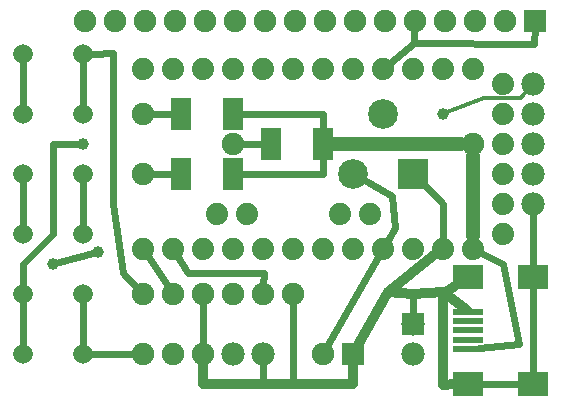
<source format=gtl>
G04 MADE WITH FRITZING*
G04 WWW.FRITZING.ORG*
G04 DOUBLE SIDED*
G04 HOLES PLATED*
G04 CONTOUR ON CENTER OF CONTOUR VECTOR*
%ASAXBY*%
%FSLAX23Y23*%
%MOIN*%
%OFA0B0*%
%SFA1.0B1.0*%
%ADD10C,0.075000*%
%ADD11C,0.065418*%
%ADD12C,0.039370*%
%ADD13C,0.078000*%
%ADD14C,0.075433*%
%ADD15C,0.099000*%
%ADD16C,0.074000*%
%ADD17R,0.075000X0.075000*%
%ADD18R,0.078000X0.078000*%
%ADD19R,0.099000X0.099000*%
%ADD20R,0.070866X0.106299*%
%ADD21R,0.098425X0.019685*%
%ADD22R,0.098425X0.078740*%
%ADD23C,0.024000*%
%ADD24C,0.032000*%
%ADD25C,0.048000*%
%ADD26C,0.012000*%
%LNCOPPER1*%
G90*
G70*
G54D10*
X476Y152D03*
X576Y152D03*
X676Y152D03*
X476Y352D03*
X576Y352D03*
X676Y352D03*
X776Y352D03*
X876Y352D03*
X976Y352D03*
X1176Y152D03*
X1076Y152D03*
G54D11*
X276Y152D03*
X76Y152D03*
X276Y352D03*
X76Y352D03*
X276Y952D03*
X76Y952D03*
X276Y1152D03*
X76Y1152D03*
X276Y552D03*
X76Y552D03*
X276Y752D03*
X76Y752D03*
G54D12*
X326Y491D03*
X176Y451D03*
G54D13*
X1376Y252D03*
X1376Y152D03*
X1376Y252D03*
X1376Y152D03*
G54D14*
X776Y852D03*
X475Y752D03*
X475Y952D03*
G54D12*
X276Y852D03*
G54D13*
X1776Y1052D03*
X1776Y952D03*
X1776Y852D03*
X1776Y752D03*
X1776Y652D03*
X1776Y1052D03*
X1776Y952D03*
X1776Y852D03*
X1776Y752D03*
X1776Y652D03*
G54D15*
X1176Y752D03*
X1376Y752D03*
X1276Y952D03*
X1176Y752D03*
X1376Y752D03*
X1276Y952D03*
G54D16*
X1676Y552D03*
X1676Y652D03*
X1676Y752D03*
X1676Y852D03*
X1676Y952D03*
X1676Y1052D03*
X1131Y617D03*
X1231Y617D03*
X721Y617D03*
X821Y617D03*
X1576Y502D03*
X1476Y502D03*
X1376Y502D03*
X1276Y502D03*
X1176Y502D03*
X1076Y502D03*
X976Y502D03*
X876Y502D03*
X776Y502D03*
X676Y502D03*
X576Y502D03*
X476Y502D03*
X476Y1102D03*
X576Y1102D03*
X676Y1102D03*
X776Y1102D03*
X876Y1102D03*
X976Y1102D03*
X1076Y1102D03*
X1176Y1102D03*
X1276Y1102D03*
X1376Y1102D03*
X1476Y1102D03*
X1576Y1102D03*
G54D14*
X1577Y851D03*
G54D10*
X1782Y1262D03*
X1682Y1262D03*
X1582Y1262D03*
X1482Y1262D03*
X1382Y1262D03*
X1282Y1262D03*
X1182Y1262D03*
X1082Y1262D03*
X982Y1262D03*
X882Y1262D03*
X782Y1262D03*
X682Y1262D03*
X582Y1262D03*
X482Y1262D03*
X382Y1262D03*
X282Y1262D03*
X1782Y1262D03*
X1682Y1262D03*
X1582Y1262D03*
X1482Y1262D03*
X1382Y1262D03*
X1282Y1262D03*
X1182Y1262D03*
X1082Y1262D03*
X982Y1262D03*
X882Y1262D03*
X782Y1262D03*
X682Y1262D03*
X582Y1262D03*
X482Y1262D03*
X382Y1262D03*
X282Y1262D03*
G54D12*
X1476Y951D03*
G54D13*
X876Y152D03*
X776Y152D03*
G54D17*
X1176Y152D03*
G54D18*
X1376Y252D03*
X1376Y252D03*
G54D19*
X1376Y752D03*
X1376Y752D03*
G54D20*
X602Y952D03*
X776Y952D03*
X902Y852D03*
X1076Y852D03*
X602Y752D03*
X776Y752D03*
G54D21*
X1559Y229D03*
X1559Y197D03*
X1559Y292D03*
X1559Y260D03*
G54D22*
X1776Y406D03*
X1776Y52D03*
X1559Y406D03*
X1559Y52D03*
G54D21*
X1559Y166D03*
G54D17*
X1782Y1262D03*
X1782Y1262D03*
G54D23*
X76Y985D02*
X76Y1118D01*
D02*
X76Y718D02*
X76Y585D01*
D02*
X76Y318D02*
X76Y185D01*
D02*
X376Y651D02*
X408Y420D01*
D02*
X408Y420D02*
X455Y372D01*
D02*
X374Y1153D02*
X376Y651D01*
D02*
X309Y1152D02*
X374Y1153D01*
D02*
X676Y180D02*
X676Y323D01*
G54D24*
D02*
X977Y52D02*
X877Y52D01*
D02*
X676Y51D02*
X676Y118D01*
G54D23*
D02*
X276Y185D02*
X276Y318D01*
D02*
X276Y718D02*
X276Y585D01*
D02*
X276Y1118D02*
X276Y985D01*
D02*
X560Y376D02*
X493Y476D01*
D02*
X879Y420D02*
X625Y421D01*
D02*
X625Y421D02*
X592Y475D01*
D02*
X877Y380D02*
X879Y420D01*
D02*
X194Y456D02*
X308Y487D01*
G54D24*
D02*
X1293Y358D02*
X1447Y479D01*
D02*
X1193Y181D02*
X1293Y358D01*
G54D23*
D02*
X1260Y475D02*
X1090Y177D01*
D02*
X805Y852D02*
X873Y852D01*
D02*
X573Y752D02*
X504Y752D01*
D02*
X573Y952D02*
X504Y952D01*
D02*
X1076Y899D02*
X1076Y952D01*
D02*
X1076Y952D02*
X806Y952D01*
D02*
X1076Y752D02*
X806Y752D01*
D02*
X1076Y804D02*
X1076Y752D01*
G54D25*
D02*
X1106Y852D02*
X1537Y851D01*
D02*
X1576Y811D02*
X1576Y544D01*
G54D23*
D02*
X1776Y372D02*
X1776Y86D01*
D02*
X1732Y52D02*
X1603Y52D01*
G54D24*
D02*
X1293Y358D02*
X1376Y352D01*
D02*
X1476Y357D02*
X1554Y296D01*
G54D23*
D02*
X1728Y185D02*
X1676Y451D01*
D02*
X1676Y451D02*
X1603Y488D01*
D02*
X1597Y170D02*
X1728Y185D01*
G54D24*
D02*
X1476Y357D02*
X1476Y46D01*
D02*
X1476Y46D02*
X1516Y49D01*
D02*
X1476Y352D02*
X1516Y378D01*
D02*
X977Y52D02*
X1175Y52D01*
D02*
X1175Y52D02*
X1176Y118D01*
G54D23*
D02*
X176Y552D02*
X176Y851D01*
D02*
X176Y851D02*
X257Y852D01*
D02*
X75Y451D02*
X176Y552D01*
D02*
X76Y385D02*
X75Y451D01*
D02*
X1776Y440D02*
X1776Y622D01*
D02*
X1476Y651D02*
X1398Y729D01*
D02*
X1476Y533D02*
X1476Y651D01*
D02*
X1307Y676D02*
X1203Y736D01*
D02*
X1314Y570D02*
X1307Y676D01*
D02*
X1291Y529D02*
X1314Y570D01*
D02*
X309Y152D02*
X447Y152D01*
D02*
X1378Y1187D02*
X1380Y1233D01*
D02*
X1780Y1183D02*
X1378Y1187D01*
D02*
X1781Y1239D02*
X1780Y1183D01*
G54D26*
D02*
X1488Y956D02*
X1611Y1004D01*
D02*
X1737Y1004D02*
X1760Y1033D01*
D02*
X1611Y1004D02*
X1737Y1004D01*
G54D23*
D02*
X977Y52D02*
X976Y323D01*
G54D24*
D02*
X1376Y352D02*
X1476Y357D01*
G54D23*
D02*
X1376Y352D02*
X1376Y282D01*
G54D24*
D02*
X877Y52D02*
X676Y51D01*
G54D23*
D02*
X877Y52D02*
X876Y122D01*
D02*
X1378Y1187D02*
X1300Y1122D01*
G04 End of Copper1*
M02*
</source>
